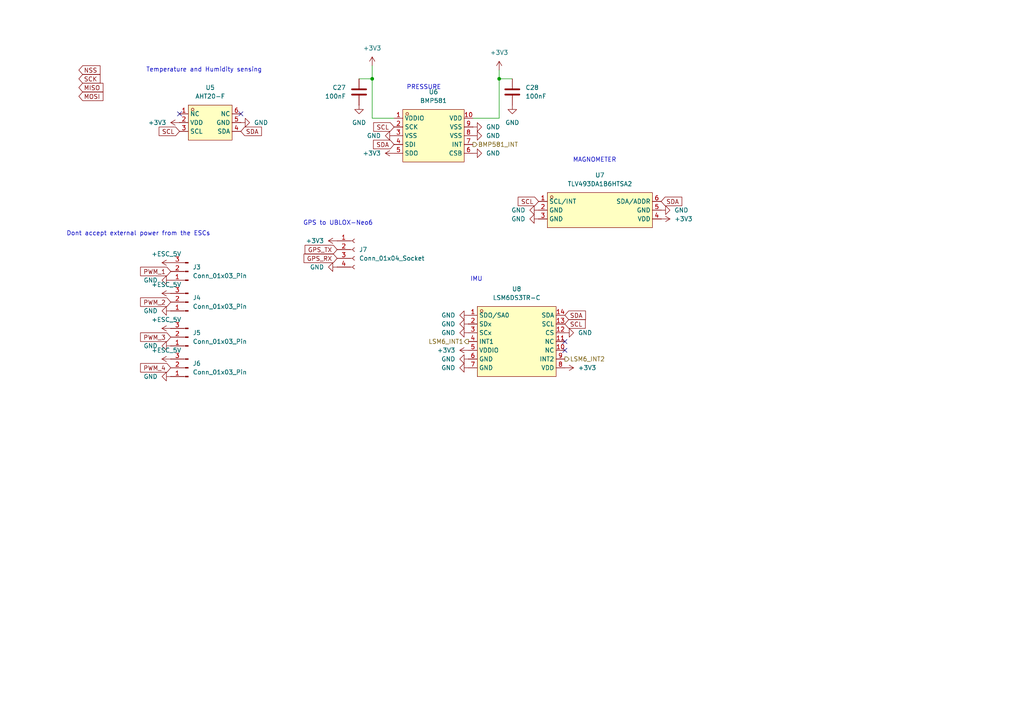
<source format=kicad_sch>
(kicad_sch (version 20231120) (generator "eeschema") (generator_version "8.0")
  (paper "A4")
  (lib_symbols
    (symbol "Connector:Conn_01x03_Pin" (pin_names (offset 1.016) hide)
      (property "Reference" "J" (at 0 5.08 0))
      (property "Value" "Conn_01x03_Pin" (at 0 -5.08 0))
      (symbol "Conn_01x03_Pin_1_1"
        (polyline (pts (xy 1.27 -2.54) (xy 0.8636 -2.54)) (stroke (width 0.1524)))
        (polyline (pts (xy 1.27 0) (xy 0.8636 0)) (stroke (width 0.1524)))
        (polyline (pts (xy 1.27 2.54) (xy 0.8636 2.54)) (stroke (width 0.1524)))
        (rectangle (start 0.8636 -2.413) (end 0 -2.667) (stroke (width 0.1524)) (fill (type outline)))
        (rectangle (start 0.8636 0.127) (end 0 -0.127) (stroke (width 0.1524)) (fill (type outline)))
        (rectangle (start 0.8636 2.667) (end 0 2.413) (stroke (width 0.1524)) (fill (type outline)))
        (pin passive line (at 5.08 2.54 180) (length 3.81) (name "Pin_1") (number "1"))
        (pin passive line (at 5.08 0 180) (length 3.81) (name "Pin_2") (number "2"))
        (pin passive line (at 5.08 -2.54 180) (length 3.81) (name "Pin_3") (number "3"))
      )
    )
    (symbol "Connector:Conn_01x04_Socket" (pin_names (offset 1.016) hide)
      (property "Reference" "J" (at 0 5.08 0))
      (property "Value" "Conn_01x04_Socket" (at 0 -7.62 0))
      (symbol "Conn_01x04_Socket_1_1"
        (arc (start 0 -4.572) (mid -0.5058 -5.08) (end 0 -5.588) (stroke (width 0.1524)))
        (arc (start 0 -2.032) (mid -0.5058 -2.54) (end 0 -3.048) (stroke (width 0.1524)))
        (polyline (pts (xy -1.27 -5.08) (xy -0.508 -5.08)) (stroke (width 0.1524)))
        (polyline (pts (xy -1.27 -2.54) (xy -0.508 -2.54)) (stroke (width 0.1524)))
        (polyline (pts (xy -1.27 0) (xy -0.508 0)) (stroke (width 0.1524)))
        (polyline (pts (xy -1.27 2.54) (xy -0.508 2.54)) (stroke (width 0.1524)))
        (arc (start 0 0.508) (mid -0.5058 0) (end 0 -0.508) (stroke (width 0.1524)))
        (arc (start 0 3.048) (mid -0.5058 2.54) (end 0 2.032) (stroke (width 0.1524)))
        (pin passive line (at -5.08 2.54 0) (length 3.81) (name "Pin_1") (number "1"))
        (pin passive line (at -5.08 0 0) (length 3.81) (name "Pin_2") (number "2"))
        (pin passive line (at -5.08 -2.54 0) (length 3.81) (name "Pin_3") (number "3"))
        (pin passive line (at -5.08 -5.08 0) (length 3.81) (name "Pin_4") (number "4"))
      )
    )
    (symbol "Device:C" (pin_numbers hide) (pin_names (offset 0.254))
      (property "Reference" "C" (at 0.635 2.54 0))
      (property "Value" "C" (at 0.635 -2.54 0))
      (symbol "C_0_1"
        (polyline (pts (xy -2.032 -0.762) (xy 2.032 -0.762)) (stroke (width 0.508)))
        (polyline (pts (xy -2.032 0.762) (xy 2.032 0.762)) (stroke (width 0.508)))
      )
      (symbol "C_1_1"
        (pin passive line (at 0 3.81 270) (length 2.794) (name "~") (number "1"))
        (pin passive line (at 0 -3.81 90) (length 2.794) (name "~") (number "2"))
      )
    )
    (symbol "aht20f:AHT20-F"
      (property "Reference" "U" (at 0 7.62 0))
      (property "Value" "AHT20-F" (at 0 -7.62 0))
      (symbol "AHT20-F_0_1"
        (rectangle (start -6.35 5.08) (end 6.35 -5.08) (fill (type background)))
        (circle (center -5.08 3.81) (radius 0.38))
        (pin unspecified line (at -8.89 2.54 0) (length 2.54) (name "NC") (number "1"))
        (pin unspecified line (at -8.89 0 0) (length 2.54) (name "VDD") (number "2"))
        (pin unspecified line (at -8.89 -2.54 0) (length 2.54) (name "SCL") (number "3"))
        (pin unspecified line (at 8.89 -2.54 180) (length 2.54) (name "SDA") (number "4"))
        (pin unspecified line (at 8.89 0 180) (length 2.54) (name "GND") (number "5"))
        (pin unspecified line (at 8.89 2.54 180) (length 2.54) (name "NC") (number "6"))
      )
    )
    (symbol "lib:BMP581"
      (property "Reference" "U" (at 0 10.16 0))
      (property "Value" "BMP581" (at 0 -10.16 0))
      (symbol "BMP581_0_1"
        (rectangle (start -8.89 7.62) (end 8.89 -7.62) (fill (type background)))
        (circle (center -7.62 6.35) (radius 0.38))
        (pin unspecified line (at -11.43 5.08 0) (length 2.54) (name "VDDIO") (number "1"))
        (pin unspecified line (at 11.43 5.08 180) (length 2.54) (name "VDD") (number "10"))
        (pin unspecified line (at -11.43 2.54 0) (length 2.54) (name "SCK") (number "2"))
        (pin unspecified line (at -11.43 0 0) (length 2.54) (name "VSS") (number "3"))
        (pin unspecified line (at -11.43 -2.54 0) (length 2.54) (name "SDI") (number "4"))
        (pin unspecified line (at -11.43 -5.08 0) (length 2.54) (name "SDO") (number "5"))
        (pin unspecified line (at 11.43 -5.08 180) (length 2.54) (name "CSB") (number "6"))
        (pin unspecified line (at 11.43 -2.54 180) (length 2.54) (name "INT") (number "7"))
        (pin unspecified line (at 11.43 0 180) (length 2.54) (name "VSS") (number "8"))
        (pin unspecified line (at 11.43 2.54 180) (length 2.54) (name "VSS") (number "9"))
      )
    )
    (symbol "lib:LSM6DS3TR-C"
      (property "Reference" "U" (at 0 12.7 0))
      (property "Value" "LSM6DS3TR-C" (at 0 -12.7 0))
      (symbol "LSM6DS3TR-C_0_1"
        (rectangle (start -11.43 10.16) (end 11.43 -10.16) (fill (type background)))
        (circle (center -10.16 8.89) (radius 0.38))
        (pin unspecified line (at -13.97 7.62 0) (length 2.54) (name "SDO/SA0") (number "1"))
        (pin unspecified line (at 13.97 -2.54 180) (length 2.54) (name "NC") (number "10"))
        (pin unspecified line (at 13.97 0 180) (length 2.54) (name "NC") (number "11"))
        (pin unspecified line (at 13.97 2.54 180) (length 2.54) (name "CS") (number "12"))
        (pin unspecified line (at 13.97 5.08 180) (length 2.54) (name "SCL") (number "13"))
        (pin unspecified line (at 13.97 7.62 180) (length 2.54) (name "SDA") (number "14"))
        (pin unspecified line (at -13.97 5.08 0) (length 2.54) (name "SDx") (number "2"))
        (pin unspecified line (at -13.97 2.54 0) (length 2.54) (name "SCx") (number "3"))
        (pin unspecified line (at -13.97 0 0) (length 2.54) (name "INT1") (number "4"))
        (pin unspecified line (at -13.97 -2.54 0) (length 2.54) (name "VDDIO") (number "5"))
        (pin unspecified line (at -13.97 -5.08 0) (length 2.54) (name "GND") (number "6"))
        (pin unspecified line (at -13.97 -7.62 0) (length 2.54) (name "GND") (number "7"))
        (pin unspecified line (at 13.97 -7.62 180) (length 2.54) (name "VDD") (number "8"))
        (pin unspecified line (at 13.97 -5.08 180) (length 2.54) (name "INT2") (number "9"))
      )
    )
    (symbol "lib:TLV493DA1B6HTSA2"
      (property "Reference" "U" (at 0 7.62 0))
      (property "Value" "TLV493DA1B6HTSA2" (at 0 -7.62 0))
      (symbol "TLV493DA1B6HTSA2_0_1"
        (rectangle (start -15.24 5.08) (end 15.24 -5.08) (fill (type background)))
        (circle (center -13.97 3.81) (radius 0.38))
        (pin unspecified line (at -17.78 2.54 0) (length 2.54) (name "SCL/INT") (number "1"))
        (pin unspecified line (at -17.78 0 0) (length 2.54) (name "GND") (number "2"))
        (pin unspecified line (at -17.78 -2.54 0) (length 2.54) (name "GND") (number "3"))
        (pin unspecified line (at 17.78 -2.54 180) (length 2.54) (name "VDD") (number "4"))
        (pin unspecified line (at 17.78 0 180) (length 2.54) (name "GND") (number "5"))
        (pin unspecified line (at 17.78 2.54 180) (length 2.54) (name "SDA/ADDR") (number "6"))
      )
    )
    (symbol "power:+3V3" (power) (pin_numbers hide) (pin_names (offset 0) hide)
      (property "Value" "+3V3" (at 0 3.556 0))
      (symbol "+3V3_0_1"
        (polyline (pts (xy -0.762 1.27) (xy 0 2.54)))
        (polyline (pts (xy 0 0) (xy 0 2.54)))
        (polyline (pts (xy 0 2.54) (xy 0.762 1.27)))
      )
      (symbol "+3V3_1_1"
        (pin power_in line (at 0 0 90) (length 0) (name "~") (number "1"))
      )
    )
    (symbol "power:+BATT" (power) (pin_numbers hide) (pin_names (offset 0) hide)
      (property "Value" "+BATT" (at 0 3.556 0))
      (symbol "+BATT_0_1"
        (polyline (pts (xy -0.762 1.27) (xy 0 2.54)))
        (polyline (pts (xy 0 0) (xy 0 2.54)))
        (polyline (pts (xy 0 2.54) (xy 0.762 1.27)))
      )
      (symbol "+BATT_1_1"
        (pin power_in line (at 0 0 90) (length 0) (name "~") (number "1"))
      )
    )
    (symbol "power:GND" (power) (pin_numbers hide) (pin_names (offset 0) hide)
      (property "Value" "GND" (at 0 -3.81 0))
      (symbol "GND_0_1"
        (polyline (pts (xy 0 0) (xy 0 -1.27) (xy 1.27 -1.27) (xy 0 -2.54) (xy -1.27 -1.27) (xy 0 -1.27)))
      )
      (symbol "GND_1_1"
        (pin power_in line (at 0 0 270) (length 0) (name "~") (number "1"))
      )
    )
  )
  (junction (at 144.78 22.86))
  (junction (at 107.95 22.86))
  (no_connect (at 52.07 33.02))
  (no_connect (at 69.85 33.02))
  (no_connect (at 163.83 99.06))
  (no_connect (at 163.83 101.6))
  (wire (pts (xy 148.59 22.86) (xy 144.78 22.86)))
  (wire (pts (xy 107.95 19.05) (xy 107.95 22.86)))
  (wire (pts (xy 107.95 22.86) (xy 107.95 34.29)))
  (wire (pts (xy 104.14 22.86) (xy 107.95 22.86)))
  (wire (pts (xy 144.78 34.29) (xy 137.16 34.29)))
  (wire (pts (xy 144.78 22.86) (xy 144.78 34.29)))
  (wire (pts (xy 144.78 20.32) (xy 144.78 22.86)))
  (wire (pts (xy 107.95 34.29) (xy 114.3 34.29)))
  (text "MAGNOMETER" (at 172.466 46.482 0) (effects (font (size 1.27 1.27))))
  (text "PRESSURE" (at 122.936 25.4 0) (effects (font (size 1.27 1.27))))
  (text "GPS to UBLOX-Neo6" (at 98.044 64.77 0) (effects (font (size 1.27 1.27))))
  (text "IMU" (at 138.176 81.026 0) (effects (font (size 1.27 1.27))))
  (text "Dont accept external power from the ESCs" (at 40.132 67.818 0) (effects (font (size 1.27 1.27))))
  (text "Temperature and Humidity sensing\n" (at 59.182 20.32 0) (effects (font (size 1.27 1.27))))
  (global_label "SDA" (shape input) (at 69.85 38.1 0) (property "Intersheetrefs" "${INTERSHEET_REFS}" (effects (hide yes))))
  (global_label "SCL" (shape input) (at 163.83 93.98 0) (property "Intersheetrefs" "${INTERSHEET_REFS}" (effects (hide yes))))
  (global_label "SDA" (shape input) (at 191.77 58.42 0) (property "Intersheetrefs" "${INTERSHEET_REFS}" (effects (hide yes))))
  (global_label "PWM_4" (shape input) (at 49.53 106.68 180) (property "Intersheetrefs" "${INTERSHEET_REFS}" (effects (hide yes))))
  (global_label "PWM_3" (shape input) (at 49.53 97.79 180) (property "Intersheetrefs" "${INTERSHEET_REFS}" (effects (hide yes))))
  (global_label "SCK" (shape input) (at 22.86 22.86 0) (property "Intersheetrefs" "${INTERSHEET_REFS}" (effects (hide yes))))
  (global_label "MISO" (shape input) (at 22.86 25.4 0) (property "Intersheetrefs" "${INTERSHEET_REFS}" (effects (hide yes))))
  (global_label "SCL" (shape input) (at 156.21 58.42 180) (property "Intersheetrefs" "${INTERSHEET_REFS}" (effects (hide yes))))
  (global_label "GPS_TX" (shape input) (at 97.79 72.39 180) (property "Intersheetrefs" "${INTERSHEET_REFS}" (effects (hide yes))))
  (global_label "PWM_1" (shape input) (at 49.53 78.74 180) (property "Intersheetrefs" "${INTERSHEET_REFS}" (effects (hide yes))))
  (global_label "SCL" (shape input) (at 114.3 36.83 180) (property "Intersheetrefs" "${INTERSHEET_REFS}" (effects (hide yes))))
  (global_label "PWM_2" (shape input) (at 49.53 87.63 180) (property "Intersheetrefs" "${INTERSHEET_REFS}" (effects (hide yes))))
  (global_label "SDA" (shape input) (at 114.3 41.91 180) (property "Intersheetrefs" "${INTERSHEET_REFS}" (effects (hide yes))))
  (global_label "MOSI" (shape input) (at 22.86 27.94 0) (property "Intersheetrefs" "${INTERSHEET_REFS}" (effects (hide yes))))
  (global_label "NSS" (shape input) (at 22.86 20.32 0) (property "Intersheetrefs" "${INTERSHEET_REFS}" (effects (hide yes))))
  (global_label "SCL" (shape input) (at 52.07 38.1 180) (property "Intersheetrefs" "${INTERSHEET_REFS}" (effects (hide yes))))
  (global_label "GPS_RX" (shape input) (at 97.79 74.93 180) (property "Intersheetrefs" "${INTERSHEET_REFS}" (effects (hide yes))))
  (global_label "SDA" (shape input) (at 163.83 91.44 0) (property "Intersheetrefs" "${INTERSHEET_REFS}" (effects (hide yes))))
  (hierarchical_label "LSM6_INT2" (shape output) (at 163.83 104.14 0))
  (hierarchical_label "BMP581_INT" (shape output) (at 137.16 41.91 0))
  (hierarchical_label "LSM6_INT1" (shape output) (at 135.89 99.06 180))
  (symbol (lib_id "Connector:Conn_01x03_Pin") (at 54.61 78.74 180) (unit 1)
    (property "Reference" "J3" (at 55.88 77.4699 0) (effects (justify right)))
    (property "Value" "Conn_01x03_Pin" (at 55.88 80.0099 0) (effects (justify right)))
    (property "Footprint" "Connector_PinHeader_2.54mm:PinHeader_1x03_P2.54mm_Vertical" (effects (hide yes)))
    (property "Description" "Generic connector, single row, 01x03, script generated" (effects (hide yes)))
  )
  (symbol (lib_id "power:GND") (at 49.53 81.28 270) (unit 1)
    (property "Reference" "#PWR045" (effects (hide yes)))
    (property "Value" "GND" (at 45.72 81.2799 90) (effects (justify right)))
    (property "Description" "Power symbol creates a global label with name \"GND\" , ground" (effects (hide yes)))
  )
  (symbol (lib_id "power:GND") (at 49.53 90.17 270) (unit 1)
    (property "Reference" "#PWR046" (effects (hide yes)))
    (property "Value" "GND" (at 45.72 90.1699 90) (effects (justify right)))
    (property "Description" "Power symbol creates a global label with name \"GND\" , ground" (effects (hide yes)))
  )
  (symbol (lib_id "lib:BMP581") (at 125.73 39.37 0) (unit 1)
    (property "Reference" "U6" (at 125.73 26.67 0))
    (property "Value" "BMP581" (at 125.73 29.21 0))
    (property "Footprint" "lib:LGA-10_L2.0-W2.0-P0.50-TL_BMP581" (effects (hide yes)))
    (property "LCSC Part" "C5362283" (effects (hide yes)))
  )
  (symbol (lib_id "lib:TLV493DA1B6HTSA2") (at 173.99 60.96 0) (unit 1)
    (property "Reference" "U7" (at 173.99 50.8 0))
    (property "Value" "TLV493DA1B6HTSA2" (at 173.99 53.34 0))
    (property "Footprint" "lib:SOP-6_L3.0-W1.5-P0.95-LS2.5-BR" (effects (hide yes)))
    (property "Datasheet" "https://lcsc.com/product-detail/Sensors_Infineon_TLV493DA1B6HTSA2_TLV493DA1B6HTSA2_C126688.html" (effects (hide yes)))
    (property "LCSC Part" "C126688" (effects (hide yes)))
  )
  (symbol (lib_id "power:GND") (at 137.16 44.45 90) (unit 1)
    (property "Reference" "#PWR055" (effects (hide yes)))
    (property "Value" "GND" (at 140.97 44.4499 90) (effects (justify right)))
    (property "Description" "Power symbol creates a global label with name \"GND\" , ground" (effects (hide yes)))
  )
  (symbol (lib_id "power:GND") (at 135.89 96.52 270) (unit 1)
    (property "Reference" "#PWR065" (effects (hide yes)))
    (property "Value" "GND" (at 132.08 96.5199 90) (effects (justify right)))
    (property "Description" "Power symbol creates a global label with name \"GND\" , ground" (effects (hide yes)))
  )
  (symbol (lib_id "power:GND") (at 137.16 36.83 90) (unit 1)
    (property "Reference" "#PWR054" (effects (hide yes)))
    (property "Value" "GND" (at 140.97 36.8299 90) (effects (justify right)))
    (property "Description" "Power symbol creates a global label with name \"GND\" , ground" (effects (hide yes)))
  )
  (symbol (lib_id "Device:C") (at 104.14 26.67 0) (unit 1)
    (property "Reference" "C27" (at 100.33 25.3999 0) (effects (justify right)))
    (property "Value" "100nF" (at 100.33 27.9399 0) (effects (justify right)))
    (property "Description" "Unpolarized capacitor" (effects (hide yes)))
  )
  (symbol (lib_id "power:+3V3") (at 144.78 20.32 0) (unit 1)
    (property "Reference" "#PWR049" (effects (hide yes)))
    (property "Value" "+3V3" (at 144.78 15.24 0))
    (property "Description" "Power symbol creates a global label with name \"+3V3\"" (effects (hide yes)))
  )
  (symbol (lib_id "power:GND") (at 148.59 30.48 0) (unit 1)
    (property "Reference" "#PWR052" (effects (hide yes)))
    (property "Value" "GND" (at 148.59 35.56 0))
    (property "Description" "Power symbol creates a global label with name \"GND\" , ground" (effects (hide yes)))
  )
  (symbol (lib_id "Device:C") (at 148.59 26.67 0) (unit 1)
    (property "Reference" "C28" (at 152.4 25.3999 0) (effects (justify left)))
    (property "Value" "100nF" (at 152.4 27.9399 0) (effects (justify left)))
    (property "Description" "Unpolarized capacitor" (effects (hide yes)))
  )
  (symbol (lib_id "Connector:Conn_01x03_Pin") (at 54.61 87.63 180) (unit 1)
    (property "Reference" "J4" (at 55.88 86.3599 0) (effects (justify right)))
    (property "Value" "Conn_01x03_Pin" (at 55.88 88.8999 0) (effects (justify right)))
    (property "Footprint" "Connector_PinHeader_2.54mm:PinHeader_1x03_P2.54mm_Vertical" (effects (hide yes)))
    (property "Description" "Generic connector, single row, 01x03, script generated" (effects (hide yes)))
  )
  (symbol (lib_id "power:GND") (at 97.79 77.47 270) (unit 1)
    (property "Reference" "#PWR059" (effects (hide yes)))
    (property "Value" "GND" (at 93.98 77.4699 90) (effects (justify right)))
    (property "Description" "Power symbol creates a global label with name \"GND\" , ground" (effects (hide yes)))
  )
  (symbol (lib_id "power:GND") (at 135.89 104.14 270) (unit 1)
    (property "Reference" "#PWR066" (effects (hide yes)))
    (property "Value" "GND" (at 132.08 104.1399 90) (effects (justify right)))
    (property "Description" "Power symbol creates a global label with name \"GND\" , ground" (effects (hide yes)))
  )
  (symbol (lib_id "power:GND") (at 135.89 91.44 270) (unit 1)
    (property "Reference" "#PWR071" (effects (hide yes)))
    (property "Value" "GND" (at 132.08 91.4399 90) (effects (justify right)))
    (property "Description" "Power symbol creates a global label with name \"GND\" , ground" (effects (hide yes)))
  )
  (symbol (lib_id "power:GND") (at 49.53 100.33 270) (unit 1)
    (property "Reference" "#PWR047" (effects (hide yes)))
    (property "Value" "GND" (at 45.72 100.3299 90) (effects (justify right)))
    (property "Description" "Power symbol creates a global label with name \"GND\" , ground" (effects (hide yes)))
  )
  (symbol (lib_id "power:GND") (at 156.21 60.96 270) (unit 1)
    (property "Reference" "#PWR060" (effects (hide yes)))
    (property "Value" "GND" (at 152.4 60.9599 90) (effects (justify right)))
    (property "Description" "Power symbol creates a global label with name \"GND\" , ground" (effects (hide yes)))
  )
  (symbol (lib_id "power:GND") (at 135.89 93.98 270) (unit 1)
    (property "Reference" "#PWR064" (effects (hide yes)))
    (property "Value" "GND" (at 132.08 93.9799 90) (effects (justify right)))
    (property "Description" "Power symbol creates a global label with name \"GND\" , ground" (effects (hide yes)))
  )
  (symbol (lib_id "Connector:Conn_01x04_Socket") (at 102.87 72.39 0) (unit 1)
    (property "Reference" "J7" (at 104.14 72.3899 0) (effects (justify left)))
    (property "Value" "Conn_01x04_Socket" (at 104.14 74.9299 0) (effects (justify left)))
    (property "Footprint" "Connector_PinSocket_2.54mm:PinSocket_1x04_P2.54mm_Vertical" (effects (hide yes)))
    (property "Description" "Generic connector, single row, 01x04, script generated" (effects (hide yes)))
  )
  (symbol (lib_id "power:+3V3") (at 107.95 19.05 0) (unit 1)
    (property "Reference" "#PWR050" (effects (hide yes)))
    (property "Value" "+3V3" (at 107.95 13.97 0))
    (property "Description" "Power symbol creates a global label with name \"+3V3\"" (effects (hide yes)))
  )
  (symbol (lib_id "power:GND") (at 49.53 109.22 270) (unit 1)
    (property "Reference" "#PWR048" (effects (hide yes)))
    (property "Value" "GND" (at 45.72 109.2199 90) (effects (justify right)))
    (property "Description" "Power symbol creates a global label with name \"GND\" , ground" (effects (hide yes)))
  )
  (symbol (lib_id "power:+3V3") (at 191.77 63.5 270) (unit 1)
    (property "Reference" "#PWR063" (effects (hide yes)))
    (property "Value" "+3V3" (at 195.58 63.4999 90) (effects (justify left)))
    (property "Description" "Power symbol creates a global label with name \"+3V3\"" (effects (hide yes)))
  )
  (symbol (lib_id "power:GND") (at 114.3 39.37 270) (unit 1)
    (property "Reference" "#PWR056" (effects (hide yes)))
    (property "Value" "GND" (at 110.49 39.3699 90) (effects (justify right)))
    (property "Description" "Power symbol creates a global label with name \"GND\" , ground" (effects (hide yes)))
  )
  (symbol (lib_id "power:GND") (at 156.21 63.5 270) (unit 1)
    (property "Reference" "#PWR061" (effects (hide yes)))
    (property "Value" "GND" (at 152.4 63.4999 90) (effects (justify right)))
    (property "Description" "Power symbol creates a global label with name \"GND\" , ground" (effects (hide yes)))
  )
  (symbol (lib_id "Connector:Conn_01x03_Pin") (at 54.61 106.68 180) (unit 1)
    (property "Reference" "J6" (at 55.88 105.4099 0) (effects (justify right)))
    (property "Value" "Conn_01x03_Pin" (at 55.88 107.9499 0) (effects (justify right)))
    (property "Footprint" "Connector_PinHeader_2.54mm:PinHeader_1x03_P2.54mm_Vertical" (effects (hide yes)))
    (property "Description" "Generic connector, single row, 01x03, script generated" (effects (hide yes)))
  )
  (symbol (lib_id "power:+3V3") (at 163.83 106.68 270) (unit 1)
    (property "Reference" "#PWR069" (effects (hide yes)))
    (property "Value" "+3V3" (at 167.64 106.6799 90) (effects (justify left)))
    (property "Description" "Power symbol creates a global label with name \"+3V3\"" (effects (hide yes)))
  )
  (symbol (lib_id "power:+3V3") (at 135.89 101.6 90) (unit 1)
    (property "Reference" "#PWR070" (effects (hide yes)))
    (property "Value" "+3V3" (at 132.08 101.5999 90) (effects (justify left)))
    (property "Description" "Power symbol creates a global label with name \"+3V3\"" (effects (hide yes)))
  )
  (symbol (lib_id "power:+3V3") (at 97.79 69.85 90) (unit 1)
    (property "Reference" "#PWR058" (effects (hide yes)))
    (property "Value" "+3V3" (at 93.98 69.8499 90) (effects (justify left)))
    (property "Description" "Power symbol creates a global label with name \"+3V3\"" (effects (hide yes)))
  )
  (symbol (lib_id "power:GND") (at 163.83 96.52 90) (unit 1)
    (property "Reference" "#PWR068" (effects (hide yes)))
    (property "Value" "GND" (at 167.64 96.5199 90) (effects (justify right)))
    (property "Description" "Power symbol creates a global label with name \"GND\" , ground" (effects (hide yes)))
  )
  (symbol (lib_id "power:GND") (at 191.77 60.96 90) (unit 1)
    (property "Reference" "#PWR062" (effects (hide yes)))
    (property "Value" "GND" (at 195.58 60.9599 90) (effects (justify right)))
    (property "Description" "Power symbol creates a global label with name \"GND\" , ground" (effects (hide yes)))
  )
  (symbol (lib_id "power:GND") (at 135.89 106.68 270) (unit 1)
    (property "Reference" "#PWR067" (effects (hide yes)))
    (property "Value" "GND" (at 132.08 106.6799 90) (effects (justify right)))
    (property "Description" "Power symbol creates a global label with name \"GND\" , ground" (effects (hide yes)))
  )
  (symbol (lib_id "power:+BATT") (at 49.53 85.09 90) (unit 1)
    (property "Reference" "#PWRr04" (effects (hide yes)))
    (property "Value" "+ESC_5V" (at 48.26 82.55 90))
  )
  (symbol (lib_id "power:GND") (at 104.14 30.48 0) (unit 1)
    (property "Reference" "#PWR051" (effects (hide yes)))
    (property "Value" "GND" (at 104.14 35.56 0))
    (property "Description" "Power symbol creates a global label with name \"GND\" , ground" (effects (hide yes)))
  )
  (symbol (lib_id "power:+3V3") (at 52.07 35.56 90) (unit 1)
    (property "Reference" "#PWR043" (effects (hide yes)))
    (property "Value" "+3V3" (at 48.26 35.5599 90) (effects (justify left)))
    (property "Description" "Power symbol creates a global label with name \"+3V3\"" (effects (hide yes)))
  )
  (symbol (lib_id "power:+3V3") (at 114.3 44.45 90) (unit 1)
    (property "Reference" "#PWR057" (effects (hide yes)))
    (property "Value" "+3V3" (at 110.49 44.4499 90) (effects (justify left)))
    (property "Description" "Power symbol creates a global label with name \"+3V3\"" (effects (hide yes)))
  )
  (symbol (lib_id "power:+BATT") (at 49.53 76.2 90) (unit 1)
    (property "Reference" "#PWRr03" (effects (hide yes)))
    (property "Value" "+ESC_5V" (at 48.26 73.66 90))
  )
  (symbol (lib_id "power:+BATT") (at 49.53 104.14 90) (unit 1)
    (property "Reference" "#PWRr06" (effects (hide yes)))
    (property "Value" "+ESC_5V" (at 48.26 101.6 90))
  )
  (symbol (lib_id "power:GND") (at 69.85 35.56 90) (unit 1)
    (property "Reference" "#PWR044" (effects (hide yes)))
    (property "Value" "GND" (at 73.66 35.5599 90) (effects (justify right)))
  )
  (symbol (lib_id "power:GND") (at 137.16 39.37 90) (unit 1)
    (property "Reference" "#PWR053" (effects (hide yes)))
    (property "Value" "GND" (at 140.97 39.3699 90) (effects (justify right)))
    (property "Description" "Power symbol creates a global label with name \"GND\" , ground" (effects (hide yes)))
  )
  (symbol (lib_id "lib:LSM6DS3TR-C") (at 149.86 99.06 0) (unit 1)
    (property "Reference" "U8" (at 149.86 83.82 0))
    (property "Value" "LSM6DS3TR-C" (at 149.86 86.36 0))
    (property "Footprint" "lib:LGA-14_L3.0-W2.5-P0.50-TL" (effects (hide yes)))
    (property "LCSC Part" "C967633" (effects (hide yes)))
  )
  (symbol (lib_id "aht20f:AHT20-F") (at 60.96 35.56 0) (unit 1)
    (property "Reference" "U5" (at 60.96 25.4 0))
    (property "Value" "AHT20-F" (at 60.96 27.94 0))
    (property "Footprint" "aht20f:SENSOR-SMD-6_AHT20" (effects (hide yes)))
    (property "LCSC Part" "C3012622" (effects (hide yes)))
  )
  (symbol (lib_id "power:+BATT") (at 49.53 95.25 90) (unit 1)
    (property "Reference" "#PWRr05" (effects (hide yes)))
    (property "Value" "+ESC_5V" (at 48.26 92.71 90))
  )
  (symbol (lib_id "Connector:Conn_01x03_Pin") (at 54.61 97.79 180) (unit 1)
    (property "Reference" "J5" (at 55.88 96.5199 0) (effects (justify right)))
    (property "Value" "Conn_01x03_Pin" (at 55.88 99.0599 0) (effects (justify right)))
    (property "Footprint" "Connector_PinHeader_2.54mm:PinHeader_1x03_P2.54mm_Vertical" (effects (hide yes)))
    (property "Description" "Generic connector, single row, 01x03, script generated" (effects (hide yes)))
  )
)
</source>
